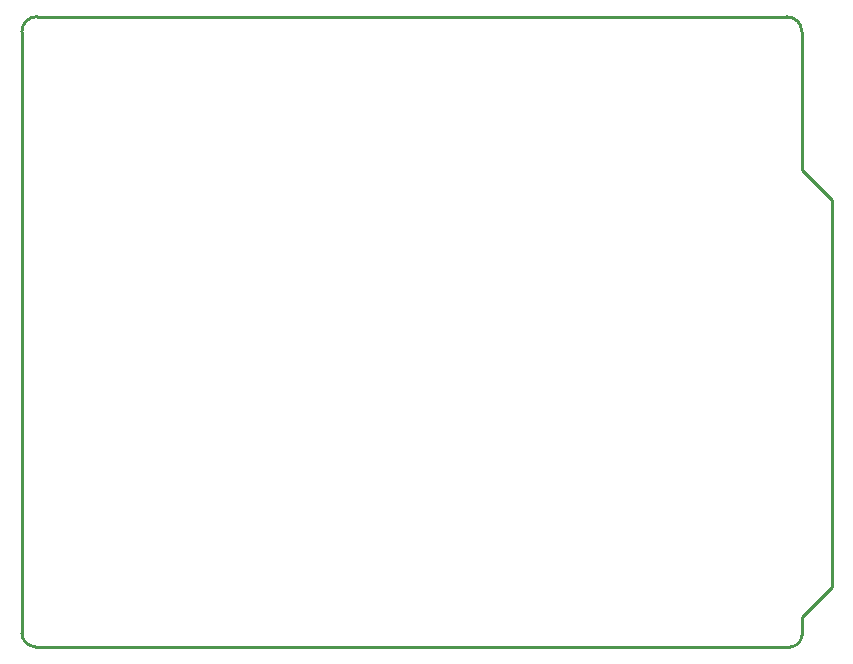
<source format=gko>
G04*
G04 #@! TF.GenerationSoftware,Altium Limited,Altium Designer,21.3.2 (30)*
G04*
G04 Layer_Color=16711935*
%FSLAX24Y24*%
%MOIN*%
G70*
G04*
G04 #@! TF.SameCoordinates,BD5A3C24-ECAA-4070-AF75-8328BFFE722F*
G04*
G04*
G04 #@! TF.FilePolarity,Positive*
G04*
G01*
G75*
%ADD18C,0.0100*%
D18*
X51050Y39050D02*
G03*
X51500Y38600I450J0D01*
G01*
X76670D02*
G03*
X77050Y38980I0J380D01*
G01*
Y59100D02*
G03*
X76550Y59600I-500J0D01*
G01*
X51550D02*
G03*
X51050Y59100I0J-500D01*
G01*
X51500Y38600D02*
X51550D01*
X76670D01*
X77050Y38980D02*
Y39600D01*
X78050Y40600D01*
Y53500D01*
X77050Y54500D02*
X78050Y53500D01*
X77050Y54500D02*
Y59100D01*
X51550Y59600D02*
X76550D01*
X51050Y39050D02*
Y59100D01*
M02*

</source>
